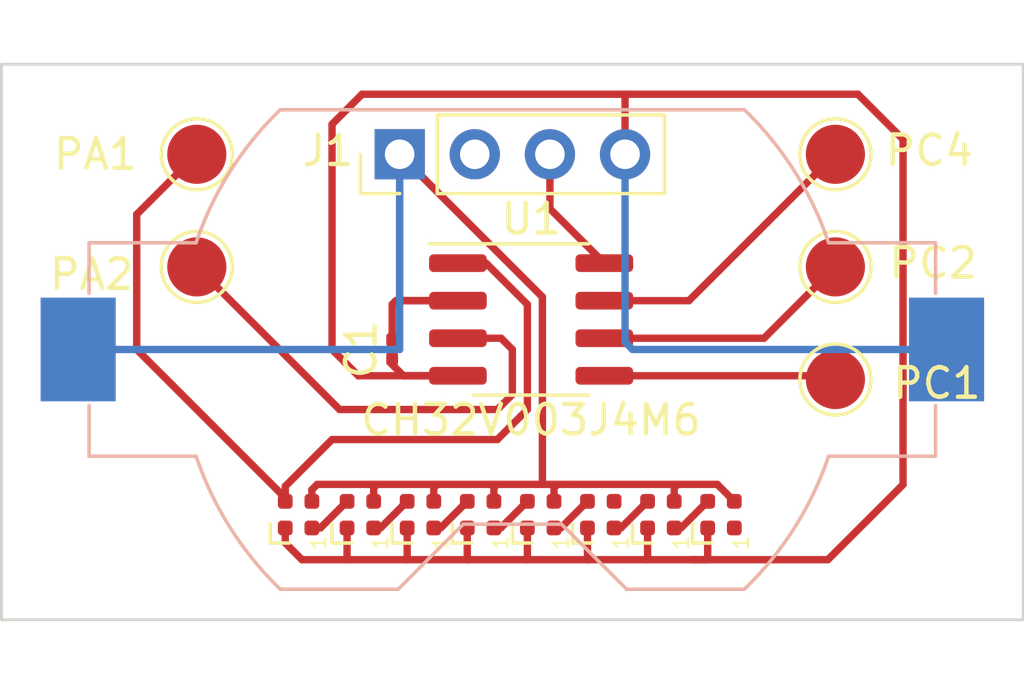
<source format=kicad_pcb>
(kicad_pcb (version 20221018) (generator pcbnew)
  (layers (0 "F.Cu" signal) (31 "B.Cu" signal) (34 "B.Paste" user) (35 "F.Paste" user) (36 "B.SilkS" user "B.Silkscreen") (37 "F.SilkS" user "F.Silkscreen") (38 "B.Mask" user) (39 "F.Mask" user) (44 "Edge.Cuts" user))
  (net 0 "")
  (net 1 "Net-(U1-PC1)")
  (net 2 "Net-(U1-PC2)")
  (net 3 "Net-(U1-PC4)")
  (net 4 "Net-(U1-PA2)")
  (net 5 "GND")
  (net 6 "+3.3V")
  (net 7 "/SWIO")
  (net 9 "Net-(D1-DIN)")
  (net 10 "Net-(D1-DOUT)")
  (net 11 "Net-(D2-DOUT)")
  (net 12 "Net-(D3-DOUT)")
  (net 13 "Net-(D4-DOUT)")
  (net 14 "Net-(D5-DOUT)")
  (net 15 "Net-(D6-DOUT)")
  (net 16 "Net-(D7-DOUT)")
  (footprint "LED_SMD:LED_SK6812_EC15_1.5x1.5mm" (layer "F.Cu") (at 66.432 47.752 90)
    (fp_text reference "D1" hide)
    (fp_text value "SK6805")
    (fp_text user "1" (at -0.95 0.68 90) (layer "F.SilkS") (effects (font (size 0.5 0.5) (thickness 0.075))))
    (fp_line (start -0.96 -0.96) (end -0.96 -0.31) (stroke (width 0.12)) (layer "F.SilkS"))
    (fp_line (start -0.31 -0.96) (end -0.96 -0.96) (stroke (width 0.12)) (layer "F.SilkS"))
    (pad "1" smd roundrect (at -0.45 0.45 180) (size 0.5 0.5) (layers "F.Cu" "F.Paste" "F.Mask") (net 10 "Net-(D1-DOUT)"))
    (pad "2" smd roundrect (at 0.45 0.45 180) (size 0.5 0.5) (layers "F.Cu" "F.Paste" "F.Mask") (net 5 "GND"))
    (pad "3" smd roundrect (at 0.45 -0.45 180) (size 0.5 0.5) (layers "F.Cu" "F.Paste" "F.Mask") (net 9 "Net-(D1-DIN)"))
    (pad "4" smd roundrect (at -0.45 -0.45 180) (size 0.5 0.5) (layers "F.Cu" "F.Paste" "F.Mask") (net 6 "+3.3V"))
  )
  (footprint "TestPoint:TestPoint_Pad_D2.0mm" (layer "F.Cu") (at 84.582 39.37)
    (fp_text reference "TP2" hide)
    (fp_text value "PC2" (at 3.302 -0.127) (layer "F.SilkS"))
    (fp_circle (center 0 0) (end 0 1.2) (stroke (width 0.12)) (fill none) (layer "F.SilkS"))
    (pad "1" smd circle (at 0 0) (size 2 2) (layers "F.Cu" "F.Mask") (net 2 "Net-(U1-PC2)"))
  )
  (footprint "TestPoint:TestPoint_Pad_D2.0mm" (layer "F.Cu") (at 62.992 39.37)
    (fp_text reference "TP5" hide)
    (fp_text value "PA2" (at -3.556 0.254) (layer "F.SilkS"))
    (fp_circle (center 0 0) (end 0 1.2) (stroke (width 0.12)) (fill none) (layer "F.SilkS"))
    (pad "1" smd circle (at 0 0) (size 2 2) (layers "F.Cu" "F.Mask") (net 4 "Net-(U1-PA2)"))
  )
  (footprint "LED_SMD:LED_SK6812_EC15_1.5x1.5mm" (layer "F.Cu") (at 74.618 47.752 90)
    (fp_text reference "D5" hide)
    (fp_text value "SK6805")
    (fp_text user "1" (at -0.95 0.68 90) (layer "F.SilkS") (effects (font (size 0.5 0.5) (thickness 0.075))))
    (fp_line (start -0.96 -0.96) (end -0.96 -0.31) (stroke (width 0.12)) (layer "F.SilkS"))
    (fp_line (start -0.31 -0.96) (end -0.96 -0.96) (stroke (width 0.12)) (layer "F.SilkS"))
    (pad "1" smd roundrect (at -0.45 0.45 180) (size 0.5 0.5) (layers "F.Cu" "F.Paste" "F.Mask") (net 14 "Net-(D5-DOUT)"))
    (pad "2" smd roundrect (at 0.45 0.45 180) (size 0.5 0.5) (layers "F.Cu" "F.Paste" "F.Mask") (net 5 "GND"))
    (pad "3" smd roundrect (at 0.45 -0.45 180) (size 0.5 0.5) (layers "F.Cu" "F.Paste" "F.Mask") (net 13 "Net-(D4-DOUT)"))
    (pad "4" smd roundrect (at -0.45 -0.45 180) (size 0.5 0.5) (layers "F.Cu" "F.Paste" "F.Mask") (net 6 "+3.3V"))
  )
  (footprint "Capacitor_SMD:C_0201_0603Metric" (layer "F.Cu") (at 69.596 42.164 90)
    (fp_text reference "C1" (at 0 -1.05 90) (layer "F.SilkS"))
    (fp_text value "100nF")
    (pad "1" smd roundrect (at -0.32 0 90) (size 0.46 0.4) (layers "F.Cu" "F.Mask") (net 6 "+3.3V"))
    (pad "2" smd roundrect (at 0.32 0 90) (size 0.46 0.4) (layers "F.Cu" "F.Mask") (net 5 "GND"))
  )
  (footprint "LED_SMD:LED_SK6812_EC15_1.5x1.5mm" (layer "F.Cu") (at 68.522 47.752 90)
    (fp_text reference "D2" hide)
    (fp_text value "SK6805")
    (fp_text user "1" (at -0.95 0.68 90) (layer "F.SilkS") (effects (font (size 0.5 0.5) (thickness 0.075))))
    (fp_line (start -0.96 -0.96) (end -0.96 -0.31) (stroke (width 0.12)) (layer "F.SilkS"))
    (fp_line (start -0.31 -0.96) (end -0.96 -0.96) (stroke (width 0.12)) (layer "F.SilkS"))
    (pad "1" smd roundrect (at -0.45 0.45 180) (size 0.5 0.5) (layers "F.Cu" "F.Paste" "F.Mask") (net 11 "Net-(D2-DOUT)"))
    (pad "2" smd roundrect (at 0.45 0.45 180) (size 0.5 0.5) (layers "F.Cu" "F.Paste" "F.Mask") (net 5 "GND"))
    (pad "3" smd roundrect (at 0.45 -0.45 180) (size 0.5 0.5) (layers "F.Cu" "F.Paste" "F.Mask") (net 10 "Net-(D1-DOUT)"))
    (pad "4" smd roundrect (at -0.45 -0.45 180) (size 0.5 0.5) (layers "F.Cu" "F.Paste" "F.Mask") (net 6 "+3.3V"))
  )
  (footprint "LED_SMD:LED_SK6812_EC15_1.5x1.5mm" (layer "F.Cu") (at 78.682 47.752 90)
    (fp_text reference "D7" hide)
    (fp_text value "SK6805")
    (fp_text user "1" (at -0.95 0.68 90) (layer "F.SilkS") (effects (font (size 0.5 0.5) (thickness 0.075))))
    (fp_line (start -0.96 -0.96) (end -0.96 -0.31) (stroke (width 0.12)) (layer "F.SilkS"))
    (fp_line (start -0.31 -0.96) (end -0.96 -0.96) (stroke (width 0.12)) (layer "F.SilkS"))
    (pad "1" smd roundrect (at -0.45 0.45 180) (size 0.5 0.5) (layers "F.Cu" "F.Paste" "F.Mask") (net 16 "Net-(D7-DOUT)"))
    (pad "2" smd roundrect (at 0.45 0.45 180) (size 0.5 0.5) (layers "F.Cu" "F.Paste" "F.Mask") (net 5 "GND"))
    (pad "3" smd roundrect (at 0.45 -0.45 180) (size 0.5 0.5) (layers "F.Cu" "F.Paste" "F.Mask") (net 15 "Net-(D6-DOUT)"))
    (pad "4" smd roundrect (at -0.45 -0.45 180) (size 0.5 0.5) (layers "F.Cu" "F.Paste" "F.Mask") (net 6 "+3.3V"))
  )
  (footprint "Package_SO:SOIC-8_3.9x4.9mm_P1.27mm" (layer "F.Cu") (at 74.295 41.148)
    (fp_text reference "U1" (at 0 -3.4) (layer "F.SilkS"))
    (fp_text value "CH32V003J4M6" (at 0 3.4) (layer "F.SilkS"))
    (fp_line (start 0 -2.56) (end -3.45 -2.56) (stroke (width 0.12)) (layer "F.SilkS"))
    (fp_line (start 0 -2.56) (end 1.95 -2.56) (stroke (width 0.12)) (layer "F.SilkS"))
    (fp_line (start 0 2.56) (end -1.95 2.56) (stroke (width 0.12)) (layer "F.SilkS"))
    (fp_line (start 0 2.56) (end 1.95 2.56) (stroke (width 0.12)) (layer "F.SilkS"))
    (pad "1" smd roundrect (at -2.475 -1.905) (size 1.95 0.6) (layers "F.Cu" "F.Paste" "F.Mask") (net 9 "Net-(D1-DIN)"))
    (pad "2" smd roundrect (at -2.475 -0.635) (size 1.95 0.6) (layers "F.Cu" "F.Paste" "F.Mask") (net 5 "GND"))
    (pad "3" smd roundrect (at -2.475 0.635) (size 1.95 0.6) (layers "F.Cu" "F.Paste" "F.Mask") (net 4 "Net-(U1-PA2)"))
    (pad "4" smd roundrect (at -2.475 1.905) (size 1.95 0.6) (layers "F.Cu" "F.Paste" "F.Mask") (net 6 "+3.3V"))
    (pad "5" smd roundrect (at 2.475 1.905) (size 1.95 0.6) (layers "F.Cu" "F.Paste" "F.Mask") (net 1 "Net-(U1-PC1)"))
    (pad "6" smd roundrect (at 2.475 0.635) (size 1.95 0.6) (layers "F.Cu" "F.Paste" "F.Mask") (net 2 "Net-(U1-PC2)"))
    (pad "7" smd roundrect (at 2.475 -0.635) (size 1.95 0.6) (layers "F.Cu" "F.Paste" "F.Mask") (net 3 "Net-(U1-PC4)"))
    (pad "8" smd roundrect (at 2.475 -1.905) (size 1.95 0.6) (layers "F.Cu" "F.Paste" "F.Mask") (net 7 "/SWIO"))
  )
  (footprint "TestPoint:TestPoint_Pad_D2.0mm" (layer "F.Cu") (at 62.992 35.56)
    (fp_text reference "TP4" hide)
    (fp_text value "PA1" (at -3.429 0) (layer "F.SilkS"))
    (fp_circle (center 0 0) (end 0 1.2) (stroke (width 0.12)) (fill none) (layer "F.SilkS"))
    (pad "1" smd circle (at 0 0) (size 2 2) (layers "F.Cu" "F.Mask") (net 9 "Net-(D1-DIN)"))
  )
  (footprint "LED_SMD:LED_SK6812_EC15_1.5x1.5mm" (layer "F.Cu") (at 76.65 47.752 90)
    (fp_text reference "D6" hide)
    (fp_text value "SK6805")
    (fp_text user "1" (at -0.95 0.68 90) (layer "F.SilkS") (effects (font (size 0.5 0.5) (thickness 0.075))))
    (fp_line (start -0.96 -0.96) (end -0.96 -0.31) (stroke (width 0.12)) (layer "F.SilkS"))
    (fp_line (start -0.31 -0.96) (end -0.96 -0.96) (stroke (width 0.12)) (layer "F.SilkS"))
    (pad "1" smd roundrect (at -0.45 0.45 180) (size 0.5 0.5) (layers "F.Cu" "F.Paste" "F.Mask") (net 15 "Net-(D6-DOUT)"))
    (pad "2" smd roundrect (at 0.45 0.45 180) (size 0.5 0.5) (layers "F.Cu" "F.Paste" "F.Mask") (net 5 "GND"))
    (pad "3" smd roundrect (at 0.45 -0.45 180) (size 0.5 0.5) (layers "F.Cu" "F.Paste" "F.Mask") (net 14 "Net-(D5-DOUT)"))
    (pad "4" smd roundrect (at -0.45 -0.45 180) (size 0.5 0.5) (layers "F.Cu" "F.Paste" "F.Mask") (net 6 "+3.3V"))
  )
  (footprint "TestPoint:TestPoint_Pad_D2.0mm" (layer "F.Cu") (at 84.582 35.56)
    (fp_text reference "TP3" hide)
    (fp_text value "PC4" (at 3.175 -0.127) (layer "F.SilkS"))
    (fp_circle (center 0 0) (end 0 1.2) (stroke (width 0.12)) (fill none) (layer "F.SilkS"))
    (pad "1" smd circle (at 0 0) (size 2 2) (layers "F.Cu" "F.Mask") (net 3 "Net-(U1-PC4)"))
  )
  (footprint "Connector_PinHeader_2.54mm:PinHeader_1x04_P2.54mm_Vertical" (layer "F.Cu") (at 69.85 35.56 90)
    (fp_text reference "J1" (at 0.127 -2.423 180) (layer "F.SilkS"))
    (fp_text value "Conn_01x04" hide)
    (fp_line (start -1.33 -1.33) (end 0 -1.33) (stroke (width 0.12)) (layer "F.SilkS"))
    (fp_line (start -1.33 0) (end -1.33 -1.33) (stroke (width 0.12)) (layer "F.SilkS"))
    (fp_line (start -1.33 1.27) (end -1.33 8.95) (stroke (width 0.12)) (layer "F.SilkS"))
    (fp_line (start -1.33 1.27) (end 1.33 1.27) (stroke (width 0.12)) (layer "F.SilkS"))
    (fp_line (start -1.33 8.95) (end 1.33 8.95) (stroke (width 0.12)) (layer "F.SilkS"))
    (fp_line (start 1.33 1.27) (end 1.33 8.95) (stroke (width 0.12)) (layer "F.SilkS"))
    (pad "1" thru_hole rect (at 0 0 90) (size 1.7 1.7) (drill 1) (layers "*.Cu" "*.Mask") (net 5 "GND"))
    (pad "2" thru_hole oval (at 0 2.54 90) (size 1.7 1.7) (drill 1) (layers "*.Cu" "*.Mask"))
    (pad "3" thru_hole oval (at 0 5.08 90) (size 1.7 1.7) (drill 1) (layers "*.Cu" "*.Mask") (net 7 "/SWIO"))
    (pad "4" thru_hole oval (at 0 7.62 90) (size 1.7 1.7) (drill 1) (layers "*.Cu" "*.Mask") (net 6 "+3.3V"))
  )
  (footprint "LED_SMD:LED_SK6812_EC15_1.5x1.5mm" (layer "F.Cu") (at 70.554 47.752 90)
    (fp_text reference "D3" hide)
    (fp_text value "SK6805")
    (fp_text user "1" (at -0.95 0.68 90) (layer "F.SilkS") (effects (font (size 0.5 0.5) (thickness 0.075))))
    (fp_line (start -0.96 -0.96) (end -0.96 -0.31) (stroke (width 0.12)) (layer "F.SilkS"))
    (fp_line (start -0.31 -0.96) (end -0.96 -0.96) (stroke (width 0.12)) (layer "F.SilkS"))
    (pad "1" smd roundrect (at -0.45 0.45 180) (size 0.5 0.5) (layers "F.Cu" "F.Paste" "F.Mask") (net 12 "Net-(D3-DOUT)"))
    (pad "2" smd roundrect (at 0.45 0.45 180) (size 0.5 0.5) (layers "F.Cu" "F.Paste" "F.Mask") (net 5 "GND"))
    (pad "3" smd roundrect (at 0.45 -0.45 180) (size 0.5 0.5) (layers "F.Cu" "F.Paste" "F.Mask") (net 11 "Net-(D2-DOUT)"))
    (pad "4" smd roundrect (at -0.45 -0.45 180) (size 0.5 0.5) (layers "F.Cu" "F.Paste" "F.Mask") (net 6 "+3.3V"))
  )
  (footprint "LED_SMD:LED_SK6812_EC15_1.5x1.5mm" (layer "F.Cu") (at 80.714 47.752 90)
    (fp_text reference "D8" hide)
    (fp_text value "SK6805")
    (fp_text user "1" (at -0.95 0.68 90) (layer "F.SilkS") (effects (font (size 0.5 0.5) (thickness 0.075))))
    (fp_line (start -0.96 -0.96) (end -0.96 -0.31) (stroke (width 0.12)) (layer "F.SilkS"))
    (fp_line (start -0.31 -0.96) (end -0.96 -0.96) (stroke (width 0.12)) (layer "F.SilkS"))
    (pad "1" smd roundrect (at -0.45 0.45 180) (size 0.5 0.5) (layers "F.Cu" "F.Paste" "F.Mask"))
    (pad "2" smd roundrect (at 0.45 0.45 180) (size 0.5 0.5) (layers "F.Cu" "F.Paste" "F.Mask") (net 5 "GND"))
    (pad "3" smd roundrect (at 0.45 -0.45 180) (size 0.5 0.5) (layers "F.Cu" "F.Paste" "F.Mask") (net 16 "Net-(D7-DOUT)"))
    (pad "4" smd roundrect (at -0.45 -0.45 180) (size 0.5 0.5) (layers "F.Cu" "F.Paste" "F.Mask") (net 6 "+3.3V"))
  )
  (footprint "TestPoint:TestPoint_Pad_D2.0mm" (layer "F.Cu") (at 84.582 43.18)
    (fp_text reference "TP1" hide)
    (fp_text value "PC1" (at 3.429 0.127) (layer "F.SilkS"))
    (fp_circle (center 0 0) (end 0 1.2) (stroke (width 0.12)) (fill none) (layer "F.SilkS"))
    (pad "1" smd circle (at 0 0) (size 2 2) (layers "F.Cu" "F.Mask") (net 1 "Net-(U1-PC1)"))
  )
  (footprint "LED_SMD:LED_SK6812_EC15_1.5x1.5mm" (layer "F.Cu") (at 72.586 47.752 90)
    (fp_text reference "D4" hide)
    (fp_text value "SK6805")
    (fp_text user "1" (at -0.95 0.68 90) (layer "F.SilkS") (effects (font (size 0.5 0.5) (thickness 0.075))))
    (fp_line (start -0.96 -0.96) (end -0.96 -0.31) (stroke (width 0.12)) (layer "F.SilkS"))
    (fp_line (start -0.31 -0.96) (end -0.96 -0.96) (stroke (width 0.12)) (layer "F.SilkS"))
    (pad "1" smd roundrect (at -0.45 0.45 180) (size 0.5 0.5) (layers "F.Cu" "F.Paste" "F.Mask") (net 13 "Net-(D4-DOUT)"))
    (pad "2" smd roundrect (at 0.45 0.45 180) (size 0.5 0.5) (layers "F.Cu" "F.Paste" "F.Mask") (net 5 "GND"))
    (pad "3" smd roundrect (at 0.45 -0.45 180) (size 0.5 0.5) (layers "F.Cu" "F.Paste" "F.Mask") (net 12 "Net-(D3-DOUT)"))
    (pad "4" smd roundrect (at -0.45 -0.45 180) (size 0.5 0.5) (layers "F.Cu" "F.Paste" "F.Mask") (net 6 "+3.3V"))
  )
  (footprint "Battery:BatteryHolder_Keystone_1058_1x2032" (layer "B.Cu") (at 73.66 42.164 180)
    (fp_text reference "BT1" hide)
    (fp_text value "Battery_Cell")
    (fp_line (start -14.31 -1.9) (end -14.31 -3.61) (stroke (width 0.12)) (layer "B.SilkS"))
    (fp_line (start -14.31 1.9) (end -14.31 3.61) (stroke (width 0.12)) (layer "B.SilkS"))
    (fp_line (start -14.31 3.61) (end -10.692 3.61) (stroke (width 0.12)) (layer "B.SilkS"))
    (fp_line (start -10.692 -3.61) (end -14.31 -3.61) (stroke (width 0.12)) (layer "B.SilkS"))
    (fp_line (start -7.8473 8.11) (end 7.8473 8.11) (stroke (width 0.12)) (layer "B.SilkS"))
    (fp_line (start -3.86 -8.11) (end -7.8473 -8.11) (stroke (width 0.12)) (layer "B.SilkS"))
    (fp_line (start -1.66 -5.91) (end -3.86 -8.11) (stroke (width 0.12)) (layer "B.SilkS"))
    (fp_line (start 1.66 -5.91) (end -1.66 -5.91) (stroke (width 0.12)) (layer "B.SilkS"))
    (fp_line (start 1.66 -5.91) (end 3.86 -8.11) (stroke (width 0.12)) (layer "B.SilkS"))
    (fp_line (start 7.8473 -8.11) (end 3.86 -8.11) (stroke (width 0.12)) (layer "B.SilkS"))
    (fp_line (start 10.692 3.61) (end 14.31 3.61) (stroke (width 0.12)) (layer "B.SilkS"))
    (fp_line (start 14.31 -3.61) (end 10.692 -3.61) (stroke (width 0.12)) (layer "B.SilkS"))
    (fp_line (start 14.31 -1.9) (end 14.31 -3.61) (stroke (width 0.12)) (layer "B.SilkS"))
    (fp_line (start 14.31 1.9) (end 14.31 3.61) (stroke (width 0.12)) (layer "B.SilkS"))
    (fp_arc (start -10.692 -3.61) (mid -9.538085 -6.031245) (end -7.845371 -8.111789) (stroke (width 0.12)) (layer "B.SilkS"))
    (fp_arc (start -7.845371 8.111789) (mid -9.538084 6.031244) (end -10.692 3.61) (stroke (width 0.12)) (layer "B.SilkS"))
    (fp_arc (start 7.845371 -8.111789) (mid 9.538084 -6.031244) (end 10.692 -3.61) (stroke (width 0.12)) (layer "B.SilkS"))
    (fp_arc (start 10.692 3.61) (mid 9.538084 6.031244) (end 7.845371 8.111789) (stroke (width 0.12)) (layer "B.SilkS"))
    (pad "1" smd rect (at -14.68 0 180) (size 2.54 3.51) (layers "B.Cu" "B.Paste" "B.Mask") (net 6 "+3.3V"))
    (pad "2" smd rect (at 14.68 0 180) (size 2.54 3.51) (layers "B.Cu" "B.Paste" "B.Mask") (net 5 "GND"))
  )
  (gr_rect (start 56.388 32.512) (end 90.932 51.308) (stroke (width 0.1)) (fill none) (layer "Edge.Cuts"))
  (segment (start 76.77 43.053) (end 84.455 43.053) (width 0.25) (layer "F.Cu") (net 1))
  (segment (start 84.455 43.053) (end 84.582 43.18) (width 0.25) (layer "F.Cu") (net 1))
  (segment (start 76.77 41.783) (end 82.169 41.783) (width 0.25) (layer "F.Cu") (net 2))
  (segment (start 82.169 41.783) (end 84.582 39.37) (width 0.25) (layer "F.Cu") (net 2))
  (segment (start 76.77 40.513) (end 79.629 40.513) (width 0.25) (layer "F.Cu") (net 3))
  (segment (start 79.629 40.513) (end 84.582 35.56) (width 0.25) (layer "F.Cu") (net 3))
  (segment (start 73.66 42.164) (end 73.66 43.688) (width 0.25) (layer "F.Cu") (net 4))
  (segment (start 71.82 41.783) (end 73.279 41.783) (width 0.25) (layer "F.Cu") (net 4))
  (segment (start 73.66 43.688) (end 73.152 44.196) (width 0.25) (layer "F.Cu") (net 4))
  (segment (start 73.152 44.196) (end 67.818 44.196) (width 0.25) (layer "F.Cu") (net 4))
  (segment (start 67.818 44.196) (end 62.992 39.37) (width 0.25) (layer "F.Cu") (net 4))
  (segment (start 73.279 41.783) (end 73.66 42.164) (width 0.25) (layer "F.Cu") (net 4))
  (segment (start 69.85 40.513) (end 69.85 35.56) (width 0.25) (layer "F.Cu") (net 5))
  (segment (start 66.882 46.91) (end 67.056 46.736) (width 0.25) (layer "F.Cu") (net 5))
  (segment (start 73.036 46.843) (end 73.152 46.727) (width 0.25) (layer "F.Cu") (net 5))
  (segment (start 81.164 47.302) (end 80.589 46.727) (width 0.25) (layer "F.Cu") (net 5))
  (segment (start 71.82 40.513) (end 69.85 40.513) (width 0.25) (layer "F.Cu") (net 5))
  (segment (start 66.882 47.302) (end 66.882 46.91) (width 0.25) (layer "F.Cu") (net 5))
  (segment (start 69.596 41.844) (end 69.596 40.64) (width 0.25) (layer "F.Cu") (net 5))
  (segment (start 71.12 46.727) (end 73.152 46.727) (width 0.25) (layer "F.Cu") (net 5))
  (segment (start 80.589 46.727) (end 79.248 46.727) (width 0.25) (layer "F.Cu") (net 5))
  (segment (start 69.85 35.56) (end 74.676 40.386) (width 0.25) (layer "F.Cu") (net 5))
  (segment (start 73.036 47.302) (end 73.036 46.843) (width 0.25) (layer "F.Cu") (net 5))
  (segment (start 75.184 46.727) (end 75.692 46.727) (width 0.25) (layer "F.Cu") (net 5))
  (segment (start 68.972 46.843) (end 69.088 46.727) (width 0.25) (layer "F.Cu") (net 5))
  (segment (start 69.723 40.513) (end 71.82 40.513) (width 0.25) (layer "F.Cu") (net 5))
  (segment (start 75.068 47.302) (end 75.068 46.843) (width 0.25) (layer "F.Cu") (net 5))
  (segment (start 73.152 46.727) (end 75.184 46.727) (width 0.25) (layer "F.Cu") (net 5))
  (segment (start 69.596 40.64) (end 69.723 40.513) (width 0.25) (layer "F.Cu") (net 5))
  (segment (start 69.088 46.727) (end 71.12 46.727) (width 0.25) (layer "F.Cu") (net 5))
  (segment (start 79.132 46.843) (end 79.248 46.727) (width 0.25) (layer "F.Cu") (net 5))
  (segment (start 75.068 46.843) (end 75.184 46.727) (width 0.25) (layer "F.Cu") (net 5))
  (segment (start 67.065 46.727) (end 69.088 46.727) (width 0.25) (layer "F.Cu") (net 5))
  (segment (start 67.056 46.736) (end 67.065 46.727) (width 0.25) (layer "F.Cu") (net 5))
  (segment (start 71.004 46.843) (end 71.12 46.727) (width 0.25) (layer "F.Cu") (net 5))
  (segment (start 74.676 40.386) (end 74.676 46.727) (width 0.25) (layer "F.Cu") (net 5))
  (segment (start 79.132 47.302) (end 79.132 46.843) (width 0.25) (layer "F.Cu") (net 5))
  (segment (start 68.972 47.302) (end 68.972 46.843) (width 0.25) (layer "F.Cu") (net 5))
  (segment (start 75.692 46.727) (end 79.248 46.727) (width 0.25) (layer "F.Cu") (net 5))
  (segment (start 71.004 47.302) (end 71.004 46.843) (width 0.25) (layer "F.Cu") (net 5))
  (segment (start 58.98 42.164) (end 69.85 42.164) (width 0.25) (layer "B.Cu") (net 5))
  (segment (start 69.85 42.164) (end 69.85 35.56) (width 0.25) (layer "B.Cu") (net 5))
  (segment (start 65.982 48.202) (end 65.982 48.71) (width 0.25) (layer "F.Cu") (net 6))
  (segment (start 67.564 42.164) (end 67.564 34.544) (width 0.25) (layer "F.Cu") (net 6))
  (segment (start 86.868 35.052) (end 85.344 33.528) (width 0.25) (layer "F.Cu") (net 6))
  (segment (start 78.232 48.202) (end 78.232 49.276) (width 0.25) (layer "F.Cu") (net 6))
  (segment (start 68.58 33.528) (end 77.47 33.528) (width 0.25) (layer "F.Cu") (net 6))
  (segment (start 67.564 34.544) (end 68.58 33.528) (width 0.25) (layer "F.Cu") (net 6))
  (segment (start 77.47 33.528) (end 77.47 35.56) (width 0.25) (layer "F.Cu") (net 6))
  (segment (start 85.344 33.528) (end 77.47 33.528) (width 0.25) (layer "F.Cu") (net 6))
  (segment (start 78.232 49.276) (end 76.2 49.276) (width 0.25) (layer "F.Cu") (net 6))
  (segment (start 69.596 42.672) (end 69.977 43.053) (width 0.25) (layer "F.Cu") (net 6))
  (segment (start 71.82 43.053) (end 68.453 43.053) (width 0.25) (layer "F.Cu") (net 6))
  (segment (start 74.168 48.202) (end 74.168 49.276) (width 0.25) (layer "F.Cu") (net 6))
  (segment (start 76.2 48.202) (end 76.2 49.276) (width 0.25) (layer "F.Cu") (net 6))
  (segment (start 74.168 49.276) (end 72.136 49.276) (width 0.25) (layer "F.Cu") (net 6))
  (segment (start 72.136 48.202) (end 72.136 49.276) (width 0.25) (layer "F.Cu") (net 6))
  (segment (start 76.2 49.276) (end 74.168 49.276) (width 0.25) (layer "F.Cu") (net 6))
  (segment (start 68.453 43.053) (end 67.564 42.164) (width 0.25) (layer "F.Cu") (net 6))
  (segment (start 65.982 48.71) (end 66.548 49.276) (width 0.25) (layer "F.Cu") (net 6))
  (segment (start 69.977 43.053) (end 71.82 43.053) (width 0.25) (layer "F.Cu") (net 6))
  (segment (start 68.072 48.202) (end 68.072 49.276) (width 0.25) (layer "F.Cu") (net 6))
  (segment (start 72.136 49.276) (end 70.104 49.276) (width 0.25) (layer "F.Cu") (net 6))
  (segment (start 84.328 49.276) (end 86.868 46.736) (width 0.25) (layer "F.Cu") (net 6))
  (segment (start 80.264 48.202) (end 80.264 49.276) (width 0.25) (layer "F.Cu") (net 6))
  (segment (start 79.756 49.276) (end 84.328 49.276) (width 0.25) (layer "F.Cu") (net 6))
  (segment (start 70.104 49.276) (end 68.072 49.276) (width 0.25) (layer "F.Cu") (net 6))
  (segment (start 69.596 42.484) (end 69.596 42.672) (width 0.25) (layer "F.Cu") (net 6))
  (segment (start 79.756 49.276) (end 78.232 49.276) (width 0.25) (layer "F.Cu") (net 6))
  (segment (start 80.264 49.276) (end 79.756 49.276) (width 0.25) (layer "F.Cu") (net 6))
  (segment (start 70.104 48.202) (end 70.104 49.276) (width 0.25) (layer "F.Cu") (net 6))
  (segment (start 66.548 49.276) (end 68.072 49.276) (width 0.25) (layer "F.Cu") (net 6))
  (segment (start 86.868 46.736) (end 86.868 35.052) (width 0.25) (layer "F.Cu") (net 6))
  (segment (start 77.724 42.164) (end 77.47 41.91) (width 0.25) (layer "B.Cu") (net 6))
  (segment (start 88.34 42.164) (end 77.724 42.164) (width 0.25) (layer "B.Cu") (net 6))
  (segment (start 77.47 41.91) (end 77.47 35.56) (width 0.25) (layer "B.Cu") (net 6))
  (segment (start 76.77 39.243) (end 74.93 37.403) (width 0.25) (layer "F.Cu") (net 7))
  (segment (start 74.93 37.403) (end 74.93 35.56) (width 0.25) (layer "F.Cu") (net 7))
  (segment (start 74.168 44.196) (end 73.152 45.212) (width 0.25) (layer "F.Cu") (net 9))
  (segment (start 74.168 40.64) (end 74.168 44.196) (width 0.25) (layer "F.Cu") (net 9))
  (segment (start 65.982 47.186) (end 60.96 42.164) (width 0.25) (layer "F.Cu") (net 9))
  (segment (start 65.982 47.302) (end 65.982 47.186) (width 0.25) (layer "F.Cu") (net 9))
  (segment (start 65.982 46.794) (end 65.982 47.302) (width 0.25) (layer "F.Cu") (net 9))
  (segment (start 73.152 45.212) (end 67.564 45.212) (width 0.25) (layer "F.Cu") (net 9))
  (segment (start 60.96 37.592) (end 62.992 35.56) (width 0.25) (layer "F.Cu") (net 9))
  (segment (start 72.771 39.243) (end 74.168 40.64) (width 0.25) (layer "F.Cu") (net 9))
  (segment (start 60.96 42.164) (end 60.96 37.592) (width 0.25) (layer "F.Cu") (net 9))
  (segment (start 67.564 45.212) (end 65.982 46.794) (width 0.25) (layer "F.Cu") (net 9))
  (segment (start 71.82 39.243) (end 72.771 39.243) (width 0.25) (layer "F.Cu") (net 9))
  (segment (start 67.172 48.202) (end 68.072 47.302) (width 0.25) (layer "F.Cu") (net 10))
  (segment (start 66.882 48.202) (end 67.172 48.202) (width 0.25) (layer "F.Cu") (net 10))
  (segment (start 69.204 48.202) (end 70.104 47.302) (width 0.25) (layer "F.Cu") (net 11))
  (segment (start 68.972 48.202) (end 69.204 48.202) (width 0.25) (layer "F.Cu") (net 11))
  (segment (start 71.004 48.202) (end 71.236 48.202) (width 0.25) (layer "F.Cu") (net 12))
  (segment (start 71.236 48.202) (end 72.136 47.302) (width 0.25) (layer "F.Cu") (net 12))
  (segment (start 73.036 48.202) (end 73.268 48.202) (width 0.25) (layer "F.Cu") (net 13))
  (segment (start 73.268 48.202) (end 74.168 47.302) (width 0.25) (layer "F.Cu") (net 13))
  (segment (start 75.068 48.202) (end 75.3 48.202) (width 0.25) (layer "F.Cu") (net 14))
  (segment (start 75.3 48.202) (end 76.2 47.302) (width 0.25) (layer "F.Cu") (net 14))
  (segment (start 77.1 48.202) (end 77.332 48.202) (width 0.25) (layer "F.Cu") (net 15))
  (segment (start 77.332 48.202) (end 78.232 47.302) (width 0.25) (layer "F.Cu") (net 15))
  (segment (start 79.132 48.202) (end 79.364 48.202) (width 0.25) (layer "F.Cu") (net 16))
  (segment (start 79.364 48.202) (end 80.264 47.302) (width 0.25) (layer "F.Cu") (net 16))
)
</source>
